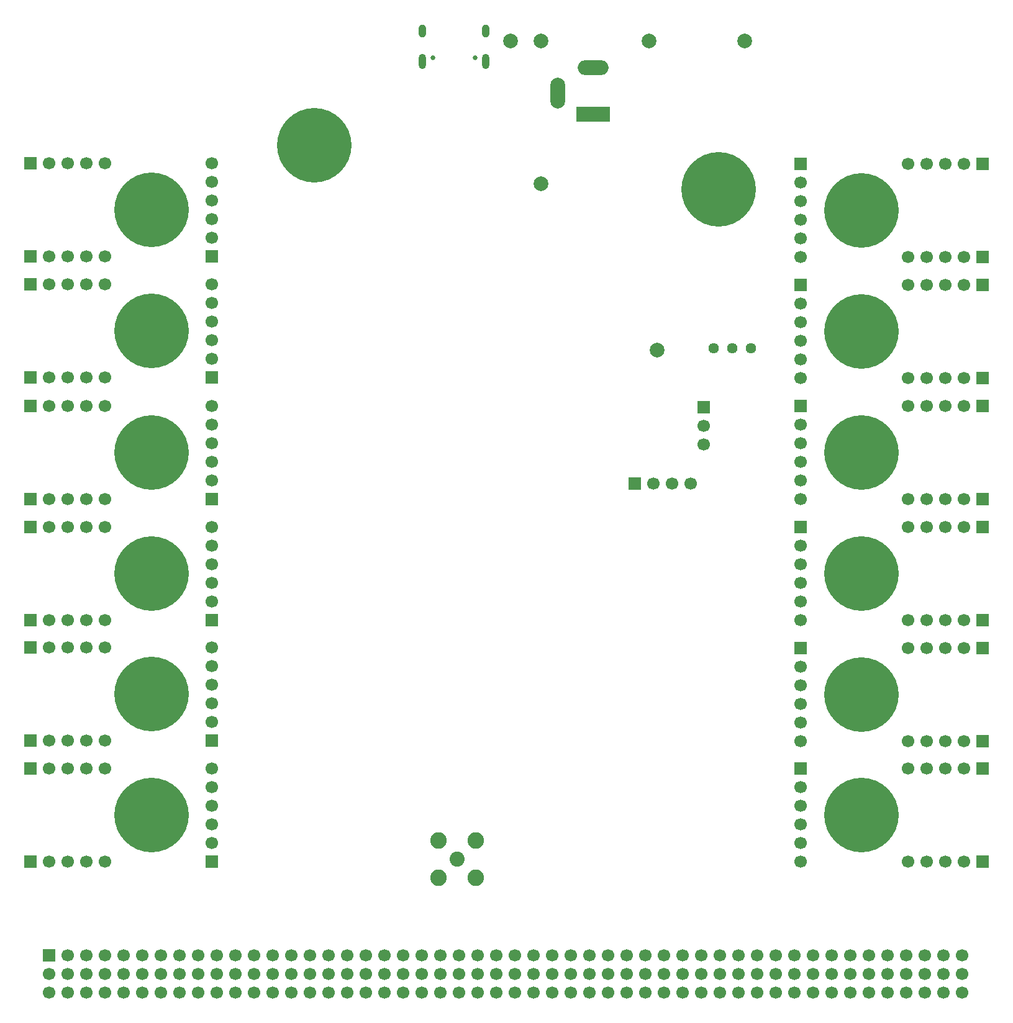
<source format=gbr>
%TF.GenerationSoftware,KiCad,Pcbnew,9.0.2*%
%TF.CreationDate,2025-10-10T15:19:05+02:00*%
%TF.ProjectId,main-board,6d61696e-2d62-46f6-9172-642e6b696361,rev?*%
%TF.SameCoordinates,Original*%
%TF.FileFunction,Soldermask,Bot*%
%TF.FilePolarity,Negative*%
%FSLAX46Y46*%
G04 Gerber Fmt 4.6, Leading zero omitted, Abs format (unit mm)*
G04 Created by KiCad (PCBNEW 9.0.2) date 2025-10-10 15:19:05*
%MOMM*%
%LPD*%
G01*
G04 APERTURE LIST*
%ADD10R,1.700000X1.700000*%
%ADD11C,1.700000*%
%ADD12C,10.160000*%
%ADD13C,2.000000*%
%ADD14R,4.600000X2.000000*%
%ADD15O,4.200000X2.000000*%
%ADD16O,2.000000X4.200000*%
%ADD17C,2.050000*%
%ADD18C,2.250000*%
%ADD19C,1.440000*%
%ADD20C,0.650000*%
%ADD21O,1.000000X2.100000*%
%ADD22O,1.000000X1.800000*%
G04 APERTURE END LIST*
D10*
%TO.C,CG10*%
X240645000Y-94270000D03*
D11*
X238105000Y-94270000D03*
X235565000Y-94270000D03*
X233025000Y-94270000D03*
X230485000Y-94270000D03*
D10*
X240645000Y-106970000D03*
D11*
X238105000Y-106970000D03*
X235565000Y-106970000D03*
X233025000Y-106970000D03*
X230485000Y-106970000D03*
D10*
X215880000Y-94270000D03*
D11*
X215880000Y-96810000D03*
X215880000Y-99350000D03*
X215880000Y-101890000D03*
X215880000Y-104430000D03*
X215880000Y-106970000D03*
D12*
X224135000Y-100620000D03*
%TD*%
D10*
%TO.C,CG4*%
X110855000Y-90460000D03*
D11*
X113395000Y-90460000D03*
X115935000Y-90460000D03*
X118475000Y-90460000D03*
X121015000Y-90460000D03*
D10*
X110855000Y-77760000D03*
D11*
X113395000Y-77760000D03*
X115935000Y-77760000D03*
X118475000Y-77760000D03*
X121015000Y-77760000D03*
D10*
X135620000Y-90460000D03*
D11*
X135620000Y-87920000D03*
X135620000Y-85380000D03*
X135620000Y-82840000D03*
X135620000Y-80300000D03*
X135620000Y-77760000D03*
D12*
X127365000Y-84110000D03*
%TD*%
D10*
%TO.C,CG5*%
X110855000Y-73825000D03*
D11*
X113395000Y-73825000D03*
X115935000Y-73825000D03*
X118475000Y-73825000D03*
X121015000Y-73825000D03*
D10*
X110855000Y-61125000D03*
D11*
X113395000Y-61125000D03*
X115935000Y-61125000D03*
X118475000Y-61125000D03*
X121015000Y-61125000D03*
D10*
X135620000Y-73825000D03*
D11*
X135620000Y-71285000D03*
X135620000Y-68745000D03*
X135620000Y-66205000D03*
X135620000Y-63665000D03*
X135620000Y-61125000D03*
D12*
X127365000Y-67475000D03*
%TD*%
D10*
%TO.C,CG6*%
X110855000Y-57315000D03*
D11*
X113395000Y-57315000D03*
X115935000Y-57315000D03*
X118475000Y-57315000D03*
X121015000Y-57315000D03*
D10*
X110855000Y-44615000D03*
D11*
X113395000Y-44615000D03*
X115935000Y-44615000D03*
X118475000Y-44615000D03*
X121015000Y-44615000D03*
D10*
X135620000Y-57315000D03*
D11*
X135620000Y-54775000D03*
X135620000Y-52235000D03*
X135620000Y-49695000D03*
X135620000Y-47155000D03*
X135620000Y-44615000D03*
D12*
X127365000Y-50965000D03*
%TD*%
D10*
%TO.C,CG11*%
X240645000Y-110780000D03*
D11*
X238105000Y-110780000D03*
X235565000Y-110780000D03*
X233025000Y-110780000D03*
X230485000Y-110780000D03*
D10*
X240645000Y-123480000D03*
D11*
X238105000Y-123480000D03*
X235565000Y-123480000D03*
X233025000Y-123480000D03*
X230485000Y-123480000D03*
D10*
X215880000Y-110780000D03*
D11*
X215880000Y-113320000D03*
X215880000Y-115860000D03*
X215880000Y-118400000D03*
X215880000Y-120940000D03*
X215880000Y-123480000D03*
D12*
X224135000Y-117130000D03*
%TD*%
D10*
%TO.C,CG7*%
X240645000Y-44740000D03*
D11*
X238105000Y-44740000D03*
X235565000Y-44740000D03*
X233025000Y-44740000D03*
X230485000Y-44740000D03*
D10*
X240645000Y-57440000D03*
D11*
X238105000Y-57440000D03*
X235565000Y-57440000D03*
X233025000Y-57440000D03*
X230485000Y-57440000D03*
D10*
X215880000Y-44740000D03*
D11*
X215880000Y-47280000D03*
X215880000Y-49820000D03*
X215880000Y-52360000D03*
X215880000Y-54900000D03*
X215880000Y-57440000D03*
D12*
X224135000Y-51090000D03*
%TD*%
D13*
%TO.C,TP5*%
X180475000Y-28000000D03*
%TD*%
D14*
%TO.C,J47*%
X187560000Y-37940000D03*
D15*
X187560000Y-31640000D03*
D16*
X182760000Y-35040000D03*
%TD*%
D17*
%TO.C,J7*%
X169010000Y-139585001D03*
D18*
X166470000Y-137045002D03*
X166470001Y-142125001D03*
X171549999Y-137045001D03*
X171550000Y-142125000D03*
%TD*%
D10*
%TO.C,U23*%
X113376000Y-152657455D03*
D11*
X115916000Y-152657455D03*
X118456000Y-152657455D03*
X120996000Y-152657455D03*
X123536000Y-152657455D03*
X126076000Y-152657455D03*
X128616000Y-152657455D03*
X131156000Y-152657455D03*
X133696000Y-152657455D03*
X136236000Y-152657455D03*
X138776000Y-152657455D03*
X141316000Y-152657455D03*
X143856000Y-152657455D03*
X146396000Y-152657455D03*
X148936000Y-152657455D03*
X151476000Y-152657455D03*
X154016000Y-152657455D03*
X156556000Y-152657455D03*
X159096000Y-152657455D03*
X161636000Y-152657455D03*
X164176000Y-152657455D03*
X166716000Y-152657455D03*
X169256000Y-152657455D03*
X171796000Y-152657455D03*
X174336000Y-152657455D03*
X176876000Y-152657455D03*
X179416000Y-152657455D03*
X181956000Y-152657455D03*
X184496000Y-152657455D03*
X187036000Y-152657455D03*
X189576000Y-152657455D03*
X192116000Y-152657455D03*
X194656000Y-152657455D03*
X197196000Y-152657455D03*
X199736000Y-152657455D03*
X202276000Y-152657455D03*
X204816000Y-152657455D03*
X207356000Y-152657455D03*
X209896000Y-152657455D03*
X212436000Y-152657455D03*
X214976000Y-152657455D03*
X217516000Y-152657455D03*
X220056000Y-152657455D03*
X222596000Y-152657455D03*
X225136000Y-152657455D03*
X227676000Y-152657455D03*
X230216000Y-152657455D03*
X232756000Y-152657455D03*
X235296000Y-152657455D03*
X237836000Y-152657455D03*
X113376000Y-155197455D03*
X115916000Y-155197455D03*
X118456000Y-155197455D03*
X120996000Y-155197455D03*
X123536000Y-155197455D03*
X126076000Y-155197455D03*
X128616000Y-155197455D03*
X131156000Y-155197455D03*
X133696000Y-155197455D03*
X136236000Y-155197455D03*
X138776000Y-155197455D03*
X141316000Y-155197455D03*
X143856000Y-155197455D03*
X146396000Y-155197455D03*
X148936000Y-155197455D03*
X151476000Y-155197455D03*
X154016000Y-155197455D03*
X156556000Y-155197455D03*
X159096000Y-155197455D03*
X161636000Y-155197455D03*
X164176000Y-155197455D03*
X166716000Y-155197455D03*
X169256000Y-155197455D03*
X171796000Y-155197455D03*
X174336000Y-155197455D03*
X176876000Y-155197455D03*
X179416000Y-155197455D03*
X181956000Y-155197455D03*
X184496000Y-155197455D03*
X187036000Y-155197455D03*
X189576000Y-155197455D03*
X192116000Y-155197455D03*
X194656000Y-155197455D03*
X197196000Y-155197455D03*
X199736000Y-155197455D03*
X202276000Y-155197455D03*
X204816000Y-155197455D03*
X207356000Y-155197455D03*
X209896000Y-155197455D03*
X212436000Y-155197455D03*
X214976000Y-155197455D03*
X217516000Y-155197455D03*
X220056000Y-155197455D03*
X222596000Y-155197455D03*
X225136000Y-155197455D03*
X227676000Y-155197455D03*
X230216000Y-155197455D03*
X232756000Y-155197455D03*
X235296000Y-155197455D03*
X237836000Y-155197455D03*
X113376000Y-157737455D03*
X115916000Y-157737455D03*
X118456000Y-157737455D03*
X120996000Y-157737455D03*
X123536000Y-157737455D03*
X126076000Y-157737455D03*
X128616000Y-157737455D03*
X131156000Y-157737455D03*
X133696000Y-157737455D03*
X136236000Y-157737455D03*
X138776000Y-157737455D03*
X141316000Y-157737455D03*
X143856000Y-157737455D03*
X146396000Y-157737455D03*
X148936000Y-157737455D03*
X151476000Y-157737455D03*
X154016000Y-157737455D03*
X156556000Y-157737455D03*
X159096000Y-157737455D03*
X161636000Y-157737455D03*
X164176000Y-157737455D03*
X166716000Y-157737455D03*
X169256000Y-157737455D03*
X171796000Y-157737455D03*
X174336000Y-157737455D03*
X176876000Y-157737455D03*
X179416000Y-157737455D03*
X181956000Y-157737455D03*
X184496000Y-157737455D03*
X187036000Y-157737455D03*
X189576000Y-157737455D03*
X192116000Y-157737455D03*
X194656000Y-157737455D03*
X197196000Y-157737455D03*
X199736000Y-157737455D03*
X202276000Y-157737455D03*
X204816000Y-157737455D03*
X207356000Y-157737455D03*
X209896000Y-157737455D03*
X212436000Y-157737455D03*
X214976000Y-157737455D03*
X217516000Y-157737455D03*
X220056000Y-157737455D03*
X222596000Y-157737455D03*
X225136000Y-157737455D03*
X227676000Y-157737455D03*
X230216000Y-157737455D03*
X232756000Y-157737455D03*
X235296000Y-157737455D03*
X237836000Y-157737455D03*
%TD*%
D10*
%TO.C,CG2*%
X110855000Y-123355000D03*
D11*
X113395000Y-123355000D03*
X115935000Y-123355000D03*
X118475000Y-123355000D03*
X121015000Y-123355000D03*
D10*
X110855000Y-110655000D03*
D11*
X113395000Y-110655000D03*
X115935000Y-110655000D03*
X118475000Y-110655000D03*
X121015000Y-110655000D03*
D10*
X135620000Y-123355000D03*
D11*
X135620000Y-120815000D03*
X135620000Y-118275000D03*
X135620000Y-115735000D03*
X135620000Y-113195000D03*
X135620000Y-110655000D03*
D12*
X127365000Y-117005000D03*
%TD*%
D10*
%TO.C,CG9*%
X240645000Y-77760000D03*
D11*
X238105000Y-77760000D03*
X235565000Y-77760000D03*
X233025000Y-77760000D03*
X230485000Y-77760000D03*
D10*
X240645000Y-90460000D03*
D11*
X238105000Y-90460000D03*
X235565000Y-90460000D03*
X233025000Y-90460000D03*
X230485000Y-90460000D03*
D10*
X215880000Y-77760000D03*
D11*
X215880000Y-80300000D03*
X215880000Y-82840000D03*
X215880000Y-85380000D03*
X215880000Y-87920000D03*
X215880000Y-90460000D03*
D12*
X224135000Y-84110000D03*
%TD*%
%TO.C,J2*%
X149590000Y-42200000D03*
%TD*%
D10*
%TO.C,J3*%
X193278000Y-88301000D03*
D11*
X195818000Y-88301000D03*
X198358000Y-88301000D03*
X200898000Y-88301000D03*
%TD*%
D10*
%TO.C,J73*%
X202630000Y-77940000D03*
D11*
X202630000Y-80480000D03*
X202630000Y-83020000D03*
%TD*%
D10*
%TO.C,CG12*%
X240649000Y-127163000D03*
D11*
X238109000Y-127163000D03*
X235569000Y-127163000D03*
X233029000Y-127163000D03*
X230489000Y-127163000D03*
D10*
X240649000Y-139863000D03*
D11*
X238109000Y-139863000D03*
X235569000Y-139863000D03*
X233029000Y-139863000D03*
X230489000Y-139863000D03*
D10*
X215884000Y-127163000D03*
D11*
X215884000Y-129703000D03*
X215884000Y-132243000D03*
X215884000Y-134783000D03*
X215884000Y-137323000D03*
X215884000Y-139863000D03*
D12*
X224139000Y-133513000D03*
%TD*%
D19*
%TO.C,RV1*%
X204000000Y-69900000D03*
X206540000Y-69900000D03*
X209080000Y-69900000D03*
%TD*%
D13*
%TO.C,TP3*%
X195200000Y-28000000D03*
%TD*%
D12*
%TO.C,J66*%
X204700000Y-48200000D03*
%TD*%
D13*
%TO.C,TP6*%
X196300000Y-70100000D03*
%TD*%
D10*
%TO.C,CG8*%
X240645000Y-61250000D03*
D11*
X238105000Y-61250000D03*
X235565000Y-61250000D03*
X233025000Y-61250000D03*
X230485000Y-61250000D03*
D10*
X240645000Y-73950000D03*
D11*
X238105000Y-73950000D03*
X235565000Y-73950000D03*
X233025000Y-73950000D03*
X230485000Y-73950000D03*
D10*
X215880000Y-61250000D03*
D11*
X215880000Y-63790000D03*
X215880000Y-66330000D03*
X215880000Y-68870000D03*
X215880000Y-71410000D03*
X215880000Y-73950000D03*
D12*
X224135000Y-67600000D03*
%TD*%
D20*
%TO.C,J8*%
X171510000Y-30280000D03*
X165730000Y-30280000D03*
D21*
X172940000Y-30780000D03*
D22*
X172940000Y-26600000D03*
D21*
X164300000Y-30780000D03*
D22*
X164300000Y-26600000D03*
%TD*%
D13*
%TO.C,TP2*%
X180500000Y-47400000D03*
%TD*%
D10*
%TO.C,CG1*%
X110855000Y-139865000D03*
D11*
X113395000Y-139865000D03*
X115935000Y-139865000D03*
X118475000Y-139865000D03*
X121015000Y-139865000D03*
D10*
X110855000Y-127165000D03*
D11*
X113395000Y-127165000D03*
X115935000Y-127165000D03*
X118475000Y-127165000D03*
X121015000Y-127165000D03*
D10*
X135620000Y-139865000D03*
D11*
X135620000Y-137325000D03*
X135620000Y-134785000D03*
X135620000Y-132245000D03*
X135620000Y-129705000D03*
X135620000Y-127165000D03*
D12*
X127365000Y-133515000D03*
%TD*%
D13*
%TO.C,TP1*%
X208200000Y-28000000D03*
%TD*%
%TO.C,TP4*%
X176350000Y-28000000D03*
%TD*%
D10*
%TO.C,CG3*%
X110855000Y-106970000D03*
D11*
X113395000Y-106970000D03*
X115935000Y-106970000D03*
X118475000Y-106970000D03*
X121015000Y-106970000D03*
D10*
X110855000Y-94270000D03*
D11*
X113395000Y-94270000D03*
X115935000Y-94270000D03*
X118475000Y-94270000D03*
X121015000Y-94270000D03*
D10*
X135620000Y-106970000D03*
D11*
X135620000Y-104430000D03*
X135620000Y-101890000D03*
X135620000Y-99350000D03*
X135620000Y-96810000D03*
X135620000Y-94270000D03*
D12*
X127365000Y-100620000D03*
%TD*%
M02*

</source>
